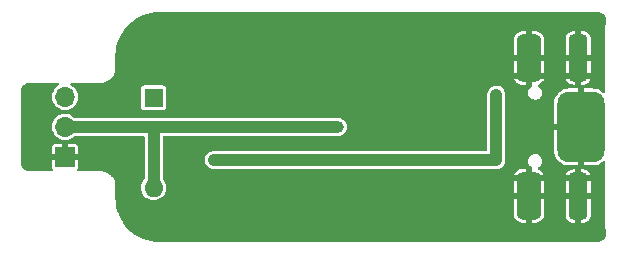
<source format=gbr>
%TF.GenerationSoftware,KiCad,Pcbnew,6.0.11+dfsg-1~bpo11+1*%
%TF.CreationDate,2024-03-27T15:19:12-04:00*%
%TF.ProjectId,Tool - ATTiny Module Flasher,546f6f6c-202d-4204-9154-54696e79204d,1.0.0*%
%TF.SameCoordinates,Original*%
%TF.FileFunction,Copper,L2,Bot*%
%TF.FilePolarity,Positive*%
%FSLAX46Y46*%
G04 Gerber Fmt 4.6, Leading zero omitted, Abs format (unit mm)*
G04 Created by KiCad (PCBNEW 6.0.11+dfsg-1~bpo11+1) date 2024-03-27 15:19:12*
%MOMM*%
%LPD*%
G01*
G04 APERTURE LIST*
G04 Aperture macros list*
%AMRoundRect*
0 Rectangle with rounded corners*
0 $1 Rounding radius*
0 $2 $3 $4 $5 $6 $7 $8 $9 X,Y pos of 4 corners*
0 Add a 4 corners polygon primitive as box body*
4,1,4,$2,$3,$4,$5,$6,$7,$8,$9,$2,$3,0*
0 Add four circle primitives for the rounded corners*
1,1,$1+$1,$2,$3*
1,1,$1+$1,$4,$5*
1,1,$1+$1,$6,$7*
1,1,$1+$1,$8,$9*
0 Add four rect primitives between the rounded corners*
20,1,$1+$1,$2,$3,$4,$5,0*
20,1,$1+$1,$4,$5,$6,$7,0*
20,1,$1+$1,$6,$7,$8,$9,0*
20,1,$1+$1,$8,$9,$2,$3,0*%
G04 Aperture macros list end*
%TA.AperFunction,SMDPad,CuDef*%
%ADD10RoundRect,0.525000X0.525000X-1.475000X0.525000X1.475000X-0.525000X1.475000X-0.525000X-1.475000X0*%
%TD*%
%TA.AperFunction,ComponentPad*%
%ADD11O,2.100000X1.000000*%
%TD*%
%TA.AperFunction,ComponentPad*%
%ADD12O,1.600000X1.000000*%
%TD*%
%TA.AperFunction,ComponentPad*%
%ADD13RoundRect,1.000000X-1.000000X2.000000X-1.000000X-2.000000X1.000000X-2.000000X1.000000X2.000000X0*%
%TD*%
%TA.AperFunction,SMDPad,CuDef*%
%ADD14RoundRect,0.400000X0.400000X-1.600000X0.400000X1.600000X-0.400000X1.600000X-0.400000X-1.600000X0*%
%TD*%
%TA.AperFunction,ComponentPad*%
%ADD15R,1.700000X1.700000*%
%TD*%
%TA.AperFunction,ComponentPad*%
%ADD16O,1.700000X1.700000*%
%TD*%
%TA.AperFunction,ComponentPad*%
%ADD17R,1.600000X1.600000*%
%TD*%
%TA.AperFunction,ComponentPad*%
%ADD18O,1.600000X1.600000*%
%TD*%
%TA.AperFunction,ViaPad*%
%ADD19C,0.600000*%
%TD*%
%TA.AperFunction,ViaPad*%
%ADD20C,1.600000*%
%TD*%
%TA.AperFunction,ViaPad*%
%ADD21C,0.800000*%
%TD*%
%TA.AperFunction,ViaPad*%
%ADD22C,1.000000*%
%TD*%
%TA.AperFunction,Conductor*%
%ADD23C,1.000000*%
%TD*%
%TA.AperFunction,Conductor*%
%ADD24C,0.600000*%
%TD*%
G04 APERTURE END LIST*
D10*
%TO.P,J102,S1,SHIELD*%
%TO.N,GND*%
X143281795Y-105846965D03*
D11*
X143270000Y-104320000D03*
D10*
X143281795Y-94153035D03*
D12*
X147450000Y-95680000D03*
D13*
X147670000Y-100000000D03*
D12*
X147450000Y-104320000D03*
D14*
X147450000Y-94153035D03*
X147450000Y-105846965D03*
D11*
X143270000Y-95680000D03*
%TD*%
D15*
%TO.P,J902,1,Pin_1*%
%TO.N,GND*%
X103986000Y-102540000D03*
D16*
%TO.P,J902,2,Pin_2*%
%TO.N,I2C-Vcc*%
X103986000Y-100000000D03*
%TO.P,J902,3,Pin_3*%
%TO.N,RxD*%
X103986000Y-97460000D03*
%TD*%
D17*
%TO.P,SW202,1*%
%TO.N,Net-(C202-Pad1)*%
X111506000Y-97536000D03*
D18*
%TO.P,SW202,2*%
%TO.N,I2C-Vcc*%
X111506000Y-105156000D03*
%TD*%
D19*
%TO.N,GND*%
X129540000Y-100000000D03*
X135636000Y-100000000D03*
D20*
X149000000Y-109000000D03*
X149000000Y-91000000D03*
X125000000Y-91000000D03*
D19*
X138684000Y-98806000D03*
D20*
X125000000Y-109000000D03*
D19*
X138684000Y-101346000D03*
D21*
%TO.N,Vbus*%
X140508406Y-102815536D03*
D22*
X116586000Y-102794000D03*
D21*
X140517682Y-97255928D03*
D22*
%TO.N,I2C-Vcc*%
X127100000Y-100000000D03*
%TD*%
D23*
%TO.N,Vbus*%
X140486870Y-102794000D02*
X116586000Y-102794000D01*
X140508406Y-102815536D02*
X140486870Y-102794000D01*
D24*
X140517682Y-102806260D02*
X140508406Y-102815536D01*
D23*
X140517682Y-97255928D02*
X140517682Y-102806260D01*
%TO.N,I2C-Vcc*%
X111506000Y-105156000D02*
X111506000Y-100076000D01*
X126924000Y-100000000D02*
X103986000Y-100000000D01*
%TD*%
%TA.AperFunction,Conductor*%
%TO.N,GND*%
G36*
X148987103Y-90256921D02*
G01*
X149000000Y-90259486D01*
X149012170Y-90257065D01*
X149019856Y-90257065D01*
X149032207Y-90257672D01*
X149133092Y-90267609D01*
X149157309Y-90272425D01*
X149273426Y-90307649D01*
X149296226Y-90317093D01*
X149403239Y-90374292D01*
X149423770Y-90388011D01*
X149517556Y-90464981D01*
X149535019Y-90482444D01*
X149611989Y-90576230D01*
X149625708Y-90596761D01*
X149682907Y-90703774D01*
X149692351Y-90726574D01*
X149727575Y-90842691D01*
X149732391Y-90866908D01*
X149742328Y-90967793D01*
X149742935Y-90980144D01*
X149742935Y-90987830D01*
X149740514Y-91000000D01*
X149742935Y-91012170D01*
X149743079Y-91012894D01*
X149745500Y-91037476D01*
X149745500Y-96997767D01*
X149725498Y-97065888D01*
X149671842Y-97112381D01*
X149601568Y-97122485D01*
X149536988Y-97092991D01*
X149530405Y-97086862D01*
X149481600Y-97038057D01*
X149473021Y-97030883D01*
X149298423Y-96909534D01*
X149288716Y-96903997D01*
X149095390Y-96815486D01*
X149084850Y-96811753D01*
X148878658Y-96758813D01*
X148868128Y-96757047D01*
X148734870Y-96746207D01*
X148729765Y-96746000D01*
X147942115Y-96746000D01*
X147926876Y-96750475D01*
X147925671Y-96751865D01*
X147924000Y-96759548D01*
X147924000Y-103235885D01*
X147928475Y-103251124D01*
X147929865Y-103252329D01*
X147937548Y-103254000D01*
X148729765Y-103254000D01*
X148734870Y-103253793D01*
X148868128Y-103242953D01*
X148878658Y-103241187D01*
X149084850Y-103188247D01*
X149095390Y-103184514D01*
X149288716Y-103096003D01*
X149298423Y-103090466D01*
X149473021Y-102969117D01*
X149481600Y-102961943D01*
X149530405Y-102913138D01*
X149592717Y-102879112D01*
X149663532Y-102884177D01*
X149720368Y-102926724D01*
X149745179Y-102993244D01*
X149745500Y-103002233D01*
X149745500Y-108962524D01*
X149743079Y-108987103D01*
X149740514Y-109000000D01*
X149742935Y-109012170D01*
X149742935Y-109019856D01*
X149742328Y-109032207D01*
X149732391Y-109133092D01*
X149727575Y-109157309D01*
X149692351Y-109273426D01*
X149682907Y-109296226D01*
X149625708Y-109403239D01*
X149611989Y-109423770D01*
X149535019Y-109517556D01*
X149517556Y-109535019D01*
X149423770Y-109611989D01*
X149403239Y-109625708D01*
X149296226Y-109682907D01*
X149273426Y-109692351D01*
X149157309Y-109727575D01*
X149133092Y-109732391D01*
X149032207Y-109742328D01*
X149019856Y-109742935D01*
X149012170Y-109742935D01*
X149000000Y-109740514D01*
X148987103Y-109743079D01*
X148962524Y-109745500D01*
X112037476Y-109745500D01*
X112012897Y-109743079D01*
X112000000Y-109740514D01*
X111987831Y-109742934D01*
X111975431Y-109742934D01*
X111964376Y-109743749D01*
X111754253Y-109733427D01*
X111639055Y-109727768D01*
X111626759Y-109726557D01*
X111275405Y-109674438D01*
X111263299Y-109672031D01*
X110918746Y-109585725D01*
X110906915Y-109582136D01*
X110572487Y-109462476D01*
X110561063Y-109457744D01*
X110239979Y-109305882D01*
X110229074Y-109300053D01*
X109924418Y-109117449D01*
X109914137Y-109110579D01*
X109748628Y-108987830D01*
X109628847Y-108898994D01*
X109619309Y-108891168D01*
X109356113Y-108652620D01*
X109347375Y-108643882D01*
X109277374Y-108566648D01*
X109108832Y-108380691D01*
X109101006Y-108371153D01*
X108900621Y-108100965D01*
X108889421Y-108085863D01*
X108882551Y-108075582D01*
X108699947Y-107770926D01*
X108694118Y-107760021D01*
X108542256Y-107438937D01*
X108537524Y-107427513D01*
X108529704Y-107405658D01*
X141977796Y-107405658D01*
X141977845Y-107407364D01*
X141979263Y-107417273D01*
X142015791Y-107575493D01*
X142020441Y-107588698D01*
X142090376Y-107733364D01*
X142097833Y-107745206D01*
X142198080Y-107870784D01*
X142207976Y-107880680D01*
X142333554Y-107980927D01*
X142345396Y-107988384D01*
X142490062Y-108058319D01*
X142503267Y-108062969D01*
X142661495Y-108099499D01*
X142671380Y-108100915D01*
X142673132Y-108100965D01*
X143009680Y-108100965D01*
X143024919Y-108096490D01*
X143026124Y-108095100D01*
X143027795Y-108087417D01*
X143027795Y-108082849D01*
X143535795Y-108082849D01*
X143540270Y-108098088D01*
X143541660Y-108099293D01*
X143549343Y-108100964D01*
X143890488Y-108100964D01*
X143892194Y-108100915D01*
X143902103Y-108099497D01*
X144060323Y-108062969D01*
X144073528Y-108058319D01*
X144218194Y-107988384D01*
X144230036Y-107980927D01*
X144355614Y-107880680D01*
X144365510Y-107870784D01*
X144465757Y-107745206D01*
X144473214Y-107733364D01*
X144543149Y-107588698D01*
X144547799Y-107575493D01*
X144562795Y-107510537D01*
X146396001Y-107510537D01*
X146396195Y-107515472D01*
X146398413Y-107543668D01*
X146400714Y-107556269D01*
X146442806Y-107701151D01*
X146449053Y-107715587D01*
X146525097Y-107844171D01*
X146534737Y-107856598D01*
X146640367Y-107962228D01*
X146652794Y-107971868D01*
X146781378Y-108047912D01*
X146795814Y-108054159D01*
X146940702Y-108096252D01*
X146953289Y-108098552D01*
X146981499Y-108100772D01*
X146986424Y-108100965D01*
X147177885Y-108100965D01*
X147193124Y-108096490D01*
X147194329Y-108095100D01*
X147196000Y-108087417D01*
X147196000Y-108082849D01*
X147704000Y-108082849D01*
X147708475Y-108098088D01*
X147709865Y-108099293D01*
X147717548Y-108100964D01*
X147913572Y-108100964D01*
X147918507Y-108100770D01*
X147946703Y-108098552D01*
X147959304Y-108096251D01*
X148104186Y-108054159D01*
X148118622Y-108047912D01*
X148247206Y-107971868D01*
X148259633Y-107962228D01*
X148365263Y-107856598D01*
X148374903Y-107844171D01*
X148450947Y-107715587D01*
X148457194Y-107701151D01*
X148499287Y-107556263D01*
X148501587Y-107543676D01*
X148503807Y-107515466D01*
X148504000Y-107510541D01*
X148504000Y-106119080D01*
X148499525Y-106103841D01*
X148498135Y-106102636D01*
X148490452Y-106100965D01*
X147722115Y-106100965D01*
X147706876Y-106105440D01*
X147705671Y-106106830D01*
X147704000Y-106114513D01*
X147704000Y-108082849D01*
X147196000Y-108082849D01*
X147196000Y-106119080D01*
X147191525Y-106103841D01*
X147190135Y-106102636D01*
X147182452Y-106100965D01*
X146414116Y-106100965D01*
X146398877Y-106105440D01*
X146397672Y-106106830D01*
X146396001Y-106114513D01*
X146396001Y-107510537D01*
X144562795Y-107510537D01*
X144584329Y-107417265D01*
X144585745Y-107407380D01*
X144585795Y-107405628D01*
X144585795Y-106119080D01*
X144581320Y-106103841D01*
X144579930Y-106102636D01*
X144572247Y-106100965D01*
X143553910Y-106100965D01*
X143538671Y-106105440D01*
X143537466Y-106106830D01*
X143535795Y-106114513D01*
X143535795Y-108082849D01*
X143027795Y-108082849D01*
X143027795Y-106119080D01*
X143023320Y-106103841D01*
X143021930Y-106102636D01*
X143014247Y-106100965D01*
X141995911Y-106100965D01*
X141980672Y-106105440D01*
X141979467Y-106106830D01*
X141977796Y-106114513D01*
X141977796Y-107405658D01*
X108529704Y-107405658D01*
X108417864Y-107093085D01*
X108414275Y-107081253D01*
X108327969Y-106736701D01*
X108325560Y-106724586D01*
X108273444Y-106373246D01*
X108272232Y-106360940D01*
X108256251Y-106035624D01*
X108257066Y-106024569D01*
X108257066Y-106012169D01*
X108259486Y-106000000D01*
X108256921Y-105987103D01*
X108254500Y-105962524D01*
X108254500Y-105037476D01*
X108256921Y-105012894D01*
X108257065Y-105012171D01*
X108259486Y-105000000D01*
X108257654Y-104990791D01*
X108242886Y-104803146D01*
X108232076Y-104758116D01*
X108197945Y-104615952D01*
X108196790Y-104611140D01*
X108186303Y-104585822D01*
X108123119Y-104433282D01*
X108123117Y-104433278D01*
X108121224Y-104428708D01*
X108018050Y-104260343D01*
X108014843Y-104256588D01*
X108014840Y-104256584D01*
X107893016Y-104113948D01*
X107889808Y-104110192D01*
X107834699Y-104063124D01*
X107743416Y-103985160D01*
X107743412Y-103985157D01*
X107739657Y-103981950D01*
X107571292Y-103878776D01*
X107566722Y-103876883D01*
X107566718Y-103876881D01*
X107393433Y-103805104D01*
X107393431Y-103805103D01*
X107388860Y-103803210D01*
X107322853Y-103787363D01*
X107201667Y-103758269D01*
X107201661Y-103758268D01*
X107196854Y-103757114D01*
X107009209Y-103742346D01*
X107000000Y-103740514D01*
X106987103Y-103743079D01*
X106962524Y-103745500D01*
X105139675Y-103745500D01*
X105071554Y-103725498D01*
X105025061Y-103671842D01*
X105014957Y-103601568D01*
X105034910Y-103549498D01*
X105068368Y-103499425D01*
X105077684Y-103476934D01*
X105088793Y-103421085D01*
X105090000Y-103408830D01*
X105090000Y-102812115D01*
X105085525Y-102796876D01*
X105084135Y-102795671D01*
X105076452Y-102794000D01*
X102900116Y-102794000D01*
X102884877Y-102798475D01*
X102883672Y-102799865D01*
X102882001Y-102807548D01*
X102882001Y-103408828D01*
X102883209Y-103421088D01*
X102894315Y-103476931D01*
X102903633Y-103499427D01*
X102937090Y-103549498D01*
X102958305Y-103617251D01*
X102939522Y-103685717D01*
X102886705Y-103733161D01*
X102832325Y-103745500D01*
X101037476Y-103745500D01*
X101012897Y-103743079D01*
X101000000Y-103740514D01*
X100987830Y-103742935D01*
X100980144Y-103742935D01*
X100967793Y-103742328D01*
X100866908Y-103732391D01*
X100842691Y-103727575D01*
X100726574Y-103692351D01*
X100703774Y-103682907D01*
X100596761Y-103625708D01*
X100576230Y-103611989D01*
X100482444Y-103535019D01*
X100464981Y-103517556D01*
X100388011Y-103423770D01*
X100374292Y-103403239D01*
X100317093Y-103296226D01*
X100307649Y-103273426D01*
X100272425Y-103157309D01*
X100267609Y-103133092D01*
X100257672Y-103032207D01*
X100257065Y-103019856D01*
X100257065Y-103012170D01*
X100259486Y-103000000D01*
X100256921Y-102987103D01*
X100254500Y-102962524D01*
X100254500Y-102267885D01*
X102882000Y-102267885D01*
X102886475Y-102283124D01*
X102887865Y-102284329D01*
X102895548Y-102286000D01*
X103713885Y-102286000D01*
X103729124Y-102281525D01*
X103730329Y-102280135D01*
X103732000Y-102272452D01*
X103732000Y-102267885D01*
X104240000Y-102267885D01*
X104244475Y-102283124D01*
X104245865Y-102284329D01*
X104253548Y-102286000D01*
X105071884Y-102286000D01*
X105087123Y-102281525D01*
X105088328Y-102280135D01*
X105089999Y-102272452D01*
X105089999Y-101671172D01*
X105088791Y-101658912D01*
X105077685Y-101603069D01*
X105068367Y-101580573D01*
X105026017Y-101517192D01*
X105008808Y-101499983D01*
X104945425Y-101457632D01*
X104922934Y-101448316D01*
X104867085Y-101437207D01*
X104854830Y-101436000D01*
X104258115Y-101436000D01*
X104242876Y-101440475D01*
X104241671Y-101441865D01*
X104240000Y-101449548D01*
X104240000Y-102267885D01*
X103732000Y-102267885D01*
X103732000Y-101454116D01*
X103727525Y-101438877D01*
X103726135Y-101437672D01*
X103718452Y-101436001D01*
X103117172Y-101436001D01*
X103104912Y-101437209D01*
X103049069Y-101448315D01*
X103026573Y-101457633D01*
X102963192Y-101499983D01*
X102945983Y-101517192D01*
X102903632Y-101580575D01*
X102894316Y-101603066D01*
X102883207Y-101658915D01*
X102882000Y-101671170D01*
X102882000Y-102267885D01*
X100254500Y-102267885D01*
X100254500Y-99970964D01*
X102877148Y-99970964D01*
X102890424Y-100173522D01*
X102891845Y-100179118D01*
X102891846Y-100179123D01*
X102932825Y-100340473D01*
X102940392Y-100370269D01*
X103025377Y-100554616D01*
X103028710Y-100559332D01*
X103119538Y-100687851D01*
X103142533Y-100720389D01*
X103287938Y-100862035D01*
X103456720Y-100974812D01*
X103462023Y-100977090D01*
X103462026Y-100977092D01*
X103550707Y-101015192D01*
X103643228Y-101054942D01*
X103716244Y-101071464D01*
X103835579Y-101098467D01*
X103835584Y-101098468D01*
X103841216Y-101099742D01*
X103846987Y-101099969D01*
X103846989Y-101099969D01*
X103906756Y-101102317D01*
X104044053Y-101107712D01*
X104144499Y-101093148D01*
X104239231Y-101079413D01*
X104239236Y-101079412D01*
X104244945Y-101078584D01*
X104250409Y-101076729D01*
X104250414Y-101076728D01*
X104431693Y-101015192D01*
X104431698Y-101015190D01*
X104437165Y-101013334D01*
X104614276Y-100914147D01*
X104676934Y-100862035D01*
X104770345Y-100784345D01*
X104771945Y-100786269D01*
X104824851Y-100757379D01*
X104851634Y-100754500D01*
X110625500Y-100754500D01*
X110693621Y-100774502D01*
X110740114Y-100828158D01*
X110751500Y-100880500D01*
X110751500Y-104368737D01*
X110731498Y-104436858D01*
X110722024Y-104449725D01*
X110631708Y-104557360D01*
X110532082Y-104738578D01*
X110469553Y-104935696D01*
X110468867Y-104941813D01*
X110468866Y-104941817D01*
X110450077Y-105109328D01*
X110446501Y-105141206D01*
X110463806Y-105347278D01*
X110520807Y-105546066D01*
X110523625Y-105551548D01*
X110523626Y-105551552D01*
X110612514Y-105724509D01*
X110612517Y-105724513D01*
X110615334Y-105729995D01*
X110743786Y-105892061D01*
X110748479Y-105896055D01*
X110748480Y-105896056D01*
X110874008Y-106002888D01*
X110901271Y-106026091D01*
X111081789Y-106126980D01*
X111278466Y-106190884D01*
X111483809Y-106215370D01*
X111489944Y-106214898D01*
X111489946Y-106214898D01*
X111683856Y-106199977D01*
X111683860Y-106199976D01*
X111689998Y-106199504D01*
X111889178Y-106143892D01*
X111894682Y-106141112D01*
X111894684Y-106141111D01*
X112068262Y-106053431D01*
X112068264Y-106053430D01*
X112073763Y-106050652D01*
X112236722Y-105923334D01*
X112240748Y-105918670D01*
X112240751Y-105918667D01*
X112367819Y-105771457D01*
X112367820Y-105771455D01*
X112371848Y-105766789D01*
X112422922Y-105676884D01*
X112470950Y-105592340D01*
X112470952Y-105592336D01*
X112473995Y-105586979D01*
X112478030Y-105574850D01*
X141977795Y-105574850D01*
X141982270Y-105590089D01*
X141983660Y-105591294D01*
X141991343Y-105592965D01*
X143009680Y-105592965D01*
X143024919Y-105588490D01*
X143026124Y-105587100D01*
X143027795Y-105579417D01*
X143027795Y-105574850D01*
X143535795Y-105574850D01*
X143540270Y-105590089D01*
X143541660Y-105591294D01*
X143549343Y-105592965D01*
X144567679Y-105592965D01*
X144582918Y-105588490D01*
X144584123Y-105587100D01*
X144585794Y-105579417D01*
X144585794Y-105574850D01*
X146396000Y-105574850D01*
X146400475Y-105590089D01*
X146401865Y-105591294D01*
X146409548Y-105592965D01*
X147177885Y-105592965D01*
X147193124Y-105588490D01*
X147194329Y-105587100D01*
X147196000Y-105579417D01*
X147196000Y-105574850D01*
X147704000Y-105574850D01*
X147708475Y-105590089D01*
X147709865Y-105591294D01*
X147717548Y-105592965D01*
X148485884Y-105592965D01*
X148501123Y-105588490D01*
X148502328Y-105587100D01*
X148503999Y-105579417D01*
X148503999Y-104592115D01*
X148499524Y-104576876D01*
X148498134Y-104575671D01*
X148490451Y-104574000D01*
X147722115Y-104574000D01*
X147706876Y-104578475D01*
X147705671Y-104579865D01*
X147704000Y-104587548D01*
X147704000Y-105574850D01*
X147196000Y-105574850D01*
X147196000Y-104592115D01*
X147191525Y-104576876D01*
X147190135Y-104575671D01*
X147182452Y-104574000D01*
X146414115Y-104574000D01*
X146398876Y-104578475D01*
X146397671Y-104579865D01*
X146396000Y-104587548D01*
X146396000Y-105574850D01*
X144585794Y-105574850D01*
X144585794Y-104592115D01*
X144581319Y-104576876D01*
X144579929Y-104575671D01*
X144572246Y-104574000D01*
X143553910Y-104574000D01*
X143538671Y-104578475D01*
X143537466Y-104579865D01*
X143535795Y-104587548D01*
X143535795Y-105574850D01*
X143027795Y-105574850D01*
X143027795Y-105132115D01*
X143021104Y-105109328D01*
X143016000Y-105073830D01*
X143016000Y-104592115D01*
X143011525Y-104576876D01*
X143010135Y-104575671D01*
X143002452Y-104574000D01*
X141995910Y-104574000D01*
X141980671Y-104578475D01*
X141979466Y-104579865D01*
X141977795Y-104587548D01*
X141977795Y-105574850D01*
X112478030Y-105574850D01*
X112539270Y-105390753D01*
X112565189Y-105185586D01*
X112565602Y-105156000D01*
X112545422Y-104950189D01*
X112485651Y-104752217D01*
X112388565Y-104569625D01*
X112288857Y-104447370D01*
X112261303Y-104381939D01*
X112260500Y-104367735D01*
X112260500Y-104062764D01*
X142014209Y-104062764D01*
X142021139Y-104066000D01*
X142997885Y-104066000D01*
X143013124Y-104061525D01*
X143014329Y-104060135D01*
X143016000Y-104052452D01*
X143016000Y-103584115D01*
X143011525Y-103568876D01*
X143010135Y-103567671D01*
X143002452Y-103566000D01*
X142679637Y-103566000D01*
X142672333Y-103566425D01*
X142552634Y-103580380D01*
X142538481Y-103583725D01*
X142386970Y-103638721D01*
X142373971Y-103645231D01*
X142239174Y-103733608D01*
X142228025Y-103742929D01*
X142117172Y-103859947D01*
X142108460Y-103871592D01*
X142027506Y-104010966D01*
X142021706Y-104024304D01*
X142014329Y-104048662D01*
X142014209Y-104062764D01*
X112260500Y-104062764D01*
X112260500Y-102783399D01*
X115826800Y-102783399D01*
X115827488Y-102790414D01*
X115828194Y-102797619D01*
X115828553Y-102817715D01*
X115827929Y-102827767D01*
X115827929Y-102827773D01*
X115827476Y-102835080D01*
X115836931Y-102890108D01*
X115838147Y-102899127D01*
X115843318Y-102951862D01*
X115849052Y-102969098D01*
X115853671Y-102987524D01*
X115857271Y-103008477D01*
X115860134Y-103015206D01*
X115860135Y-103015209D01*
X115877636Y-103056338D01*
X115881251Y-103065893D01*
X115896748Y-103112479D01*
X115908161Y-103131323D01*
X115916319Y-103147250D01*
X115926156Y-103170368D01*
X115930495Y-103176264D01*
X115954713Y-103209173D01*
X115961007Y-103218583D01*
X115980715Y-103251124D01*
X115984435Y-103257267D01*
X115989326Y-103262332D01*
X115989327Y-103262333D01*
X116002418Y-103275889D01*
X116013262Y-103288733D01*
X116030437Y-103312071D01*
X116036021Y-103316815D01*
X116064236Y-103340786D01*
X116073292Y-103349282D01*
X116097127Y-103373964D01*
X116097131Y-103373967D01*
X116102021Y-103379031D01*
X116126923Y-103395326D01*
X116139505Y-103404731D01*
X116158941Y-103421243D01*
X116158945Y-103421246D01*
X116164520Y-103425982D01*
X116181133Y-103434465D01*
X116200601Y-103444406D01*
X116212293Y-103451191D01*
X116243660Y-103471717D01*
X116250260Y-103474171D01*
X116250261Y-103474172D01*
X116275172Y-103483436D01*
X116288556Y-103489318D01*
X116314687Y-103502662D01*
X116314693Y-103502664D01*
X116321212Y-103505993D01*
X116356842Y-103514711D01*
X116370791Y-103518996D01*
X116402315Y-103530720D01*
X116426859Y-103533995D01*
X116439472Y-103535678D01*
X116452754Y-103538182D01*
X116486651Y-103546476D01*
X116486655Y-103546477D01*
X116492108Y-103547811D01*
X116497705Y-103548158D01*
X116497710Y-103548159D01*
X116501275Y-103548380D01*
X116501284Y-103548380D01*
X116503214Y-103548500D01*
X116527204Y-103548500D01*
X116543868Y-103549607D01*
X116563118Y-103552176D01*
X116563122Y-103552176D01*
X116570099Y-103553107D01*
X116577110Y-103552469D01*
X116577114Y-103552469D01*
X116615020Y-103549019D01*
X116626439Y-103548500D01*
X140314137Y-103548500D01*
X140339797Y-103551140D01*
X140440879Y-103572165D01*
X140616752Y-103567406D01*
X140786814Y-103522315D01*
X140793264Y-103518864D01*
X140793266Y-103518863D01*
X140878446Y-103473285D01*
X140886581Y-103469388D01*
X140887314Y-103468970D01*
X140894050Y-103466104D01*
X140899758Y-103461904D01*
X140900979Y-103461229D01*
X140906609Y-103458217D01*
X140941941Y-103439311D01*
X140982795Y-103403230D01*
X140995120Y-103392345D01*
X141003846Y-103385304D01*
X141029854Y-103366165D01*
X141029858Y-103366161D01*
X141035753Y-103361823D01*
X141048160Y-103347219D01*
X141060768Y-103334367D01*
X141073812Y-103322846D01*
X141095047Y-103292799D01*
X141101912Y-103283950D01*
X141144925Y-103233320D01*
X141144930Y-103233312D01*
X141149664Y-103227740D01*
X141172156Y-103183692D01*
X141172671Y-103183955D01*
X141173126Y-103182319D01*
X141175354Y-103179167D01*
X141178093Y-103172370D01*
X141179298Y-103170160D01*
X141181227Y-103165927D01*
X141226348Y-103077564D01*
X141226349Y-103077562D01*
X141229675Y-103071048D01*
X141232125Y-103061039D01*
X141257205Y-102958541D01*
X141271493Y-102900152D01*
X141272123Y-102890000D01*
X143215500Y-102890000D01*
X143216578Y-102898188D01*
X143234222Y-103032207D01*
X143235416Y-103041280D01*
X143293808Y-103182250D01*
X143386696Y-103303304D01*
X143393242Y-103308327D01*
X143507750Y-103396192D01*
X143506240Y-103398160D01*
X143546569Y-103440450D01*
X143560010Y-103510163D01*
X143541469Y-103553465D01*
X143535795Y-103579548D01*
X143535795Y-104047885D01*
X143540270Y-104063124D01*
X143541660Y-104064329D01*
X143549343Y-104066000D01*
X144513254Y-104066000D01*
X144526785Y-104062027D01*
X144527516Y-104056944D01*
X144523967Y-104048604D01*
X146426588Y-104048604D01*
X146426628Y-104062705D01*
X146433898Y-104066000D01*
X147177885Y-104066000D01*
X147193124Y-104061525D01*
X147194329Y-104060135D01*
X147196000Y-104052452D01*
X147196000Y-104047885D01*
X147704000Y-104047885D01*
X147708475Y-104063124D01*
X147709865Y-104064329D01*
X147717548Y-104066000D01*
X148460351Y-104066000D01*
X148473882Y-104062027D01*
X148475017Y-104054129D01*
X148457193Y-103992778D01*
X148450948Y-103978345D01*
X148374903Y-103849759D01*
X148365263Y-103837332D01*
X148259633Y-103731702D01*
X148247206Y-103722062D01*
X148118622Y-103646018D01*
X148104187Y-103639772D01*
X148050047Y-103624042D01*
X148027905Y-103615264D01*
X148021139Y-103611809D01*
X148007500Y-103606737D01*
X147849284Y-103568023D01*
X147838225Y-103566340D01*
X147834679Y-103566120D01*
X147830801Y-103566000D01*
X147722115Y-103566000D01*
X147706876Y-103570475D01*
X147705671Y-103571865D01*
X147704000Y-103579548D01*
X147704000Y-104047885D01*
X147196000Y-104047885D01*
X147196000Y-103584115D01*
X147191525Y-103568876D01*
X147190135Y-103567671D01*
X147182452Y-103566000D01*
X147109637Y-103566000D01*
X147102333Y-103566425D01*
X146982634Y-103580380D01*
X146968481Y-103583726D01*
X146891183Y-103611783D01*
X146883345Y-103614341D01*
X146795814Y-103639771D01*
X146781378Y-103646018D01*
X146652794Y-103722062D01*
X146640367Y-103731702D01*
X146534737Y-103837332D01*
X146525097Y-103849759D01*
X146449052Y-103978345D01*
X146442807Y-103992778D01*
X146426588Y-104048604D01*
X144523967Y-104048604D01*
X144482271Y-103950612D01*
X144475071Y-103937988D01*
X144379533Y-103808167D01*
X144369619Y-103797536D01*
X144246775Y-103693172D01*
X144234686Y-103685109D01*
X144098865Y-103615755D01*
X144047292Y-103566961D01*
X144030286Y-103498032D01*
X144053246Y-103430850D01*
X144090370Y-103396971D01*
X144092250Y-103396192D01*
X144213304Y-103303304D01*
X144306192Y-103182250D01*
X144364584Y-103041280D01*
X144365779Y-103032207D01*
X144383422Y-102898188D01*
X144384500Y-102890000D01*
X144374179Y-102811600D01*
X144365662Y-102746908D01*
X144364584Y-102738720D01*
X144358078Y-102723012D01*
X144334788Y-102666786D01*
X144306192Y-102597750D01*
X144213304Y-102476696D01*
X144092250Y-102383808D01*
X143951280Y-102325416D01*
X143943092Y-102324338D01*
X143842067Y-102311038D01*
X143842066Y-102311038D01*
X143837980Y-102310500D01*
X143762020Y-102310500D01*
X143757934Y-102311038D01*
X143757933Y-102311038D01*
X143656908Y-102324338D01*
X143648720Y-102325416D01*
X143507750Y-102383808D01*
X143386696Y-102476696D01*
X143293808Y-102597750D01*
X143265212Y-102666786D01*
X143241923Y-102723012D01*
X143235416Y-102738720D01*
X143234338Y-102746908D01*
X143225821Y-102811600D01*
X143215500Y-102890000D01*
X141272123Y-102890000D01*
X141272182Y-102889046D01*
X141272182Y-102059765D01*
X145416000Y-102059765D01*
X145416207Y-102064870D01*
X145427047Y-102198128D01*
X145428813Y-102208658D01*
X145481753Y-102414850D01*
X145485486Y-102425390D01*
X145573997Y-102618716D01*
X145579534Y-102628423D01*
X145700883Y-102803021D01*
X145708057Y-102811600D01*
X145858400Y-102961943D01*
X145866979Y-102969117D01*
X146041577Y-103090466D01*
X146051284Y-103096003D01*
X146244610Y-103184514D01*
X146255150Y-103188247D01*
X146461342Y-103241187D01*
X146471872Y-103242953D01*
X146605130Y-103253793D01*
X146610235Y-103254000D01*
X147397885Y-103254000D01*
X147413124Y-103249525D01*
X147414329Y-103248135D01*
X147416000Y-103240452D01*
X147416000Y-100272115D01*
X147411525Y-100256876D01*
X147410135Y-100255671D01*
X147402452Y-100254000D01*
X145434115Y-100254000D01*
X145418876Y-100258475D01*
X145417671Y-100259865D01*
X145416000Y-100267548D01*
X145416000Y-102059765D01*
X141272182Y-102059765D01*
X141272182Y-99727885D01*
X145416000Y-99727885D01*
X145420475Y-99743124D01*
X145421865Y-99744329D01*
X145429548Y-99746000D01*
X147397885Y-99746000D01*
X147413124Y-99741525D01*
X147414329Y-99740135D01*
X147416000Y-99732452D01*
X147416000Y-96764115D01*
X147411525Y-96748876D01*
X147410135Y-96747671D01*
X147402452Y-96746000D01*
X146610235Y-96746000D01*
X146605130Y-96746207D01*
X146471872Y-96757047D01*
X146461342Y-96758813D01*
X146255150Y-96811753D01*
X146244610Y-96815486D01*
X146051284Y-96903997D01*
X146041577Y-96909534D01*
X145866979Y-97030883D01*
X145858400Y-97038057D01*
X145708057Y-97188400D01*
X145700883Y-97196979D01*
X145579534Y-97371577D01*
X145573997Y-97381284D01*
X145485486Y-97574610D01*
X145481753Y-97585150D01*
X145428813Y-97791342D01*
X145427047Y-97801872D01*
X145416207Y-97935130D01*
X145416000Y-97940235D01*
X145416000Y-99727885D01*
X141272182Y-99727885D01*
X141272182Y-97211875D01*
X141260305Y-97110000D01*
X143215500Y-97110000D01*
X143235416Y-97261280D01*
X143293808Y-97402250D01*
X143386696Y-97523304D01*
X143507750Y-97616192D01*
X143648720Y-97674584D01*
X143762020Y-97689500D01*
X143837980Y-97689500D01*
X143951280Y-97674584D01*
X144092250Y-97616192D01*
X144213304Y-97523304D01*
X144306192Y-97402250D01*
X144364584Y-97261280D01*
X144384500Y-97110000D01*
X144367811Y-96983235D01*
X144365662Y-96966908D01*
X144364584Y-96958720D01*
X144306192Y-96817750D01*
X144213304Y-96696696D01*
X144092250Y-96603808D01*
X144089172Y-96602533D01*
X144041752Y-96552803D01*
X144028314Y-96483090D01*
X144054699Y-96417178D01*
X144110752Y-96376625D01*
X144153033Y-96361278D01*
X144166029Y-96354769D01*
X144300826Y-96266392D01*
X144311978Y-96257068D01*
X144422828Y-96140053D01*
X144431540Y-96128408D01*
X144512494Y-95989034D01*
X144518294Y-95975696D01*
X144525671Y-95951338D01*
X144525718Y-95945871D01*
X146424983Y-95945871D01*
X146442807Y-96007222D01*
X146449052Y-96021655D01*
X146525097Y-96150241D01*
X146534737Y-96162668D01*
X146640367Y-96268298D01*
X146652794Y-96277938D01*
X146781378Y-96353982D01*
X146795813Y-96360228D01*
X146849953Y-96375958D01*
X146872095Y-96384736D01*
X146878861Y-96388191D01*
X146892500Y-96393263D01*
X147050716Y-96431977D01*
X147061775Y-96433660D01*
X147065321Y-96433880D01*
X147069199Y-96434000D01*
X147177885Y-96434000D01*
X147193124Y-96429525D01*
X147194329Y-96428135D01*
X147196000Y-96420452D01*
X147196000Y-96415885D01*
X147704000Y-96415885D01*
X147708475Y-96431124D01*
X147709865Y-96432329D01*
X147717548Y-96434000D01*
X147790363Y-96434000D01*
X147797667Y-96433575D01*
X147917366Y-96419620D01*
X147931519Y-96416274D01*
X148008817Y-96388217D01*
X148016655Y-96385659D01*
X148104186Y-96360229D01*
X148118622Y-96353982D01*
X148247206Y-96277938D01*
X148259633Y-96268298D01*
X148365263Y-96162668D01*
X148374903Y-96150241D01*
X148450948Y-96021655D01*
X148457193Y-96007222D01*
X148473412Y-95951396D01*
X148473372Y-95937295D01*
X148466102Y-95934000D01*
X147722115Y-95934000D01*
X147706876Y-95938475D01*
X147705671Y-95939865D01*
X147704000Y-95947548D01*
X147704000Y-96415885D01*
X147196000Y-96415885D01*
X147196000Y-95952115D01*
X147191525Y-95936876D01*
X147190135Y-95935671D01*
X147182452Y-95934000D01*
X146439649Y-95934000D01*
X146426118Y-95937973D01*
X146424983Y-95945871D01*
X144525718Y-95945871D01*
X144525791Y-95937236D01*
X144518861Y-95934000D01*
X143553910Y-95934000D01*
X143538671Y-95938475D01*
X143537466Y-95939865D01*
X143535795Y-95947548D01*
X143535795Y-96415885D01*
X143550062Y-96464474D01*
X143552386Y-96468090D01*
X143552386Y-96539087D01*
X143514002Y-96598813D01*
X143507483Y-96603460D01*
X143507750Y-96603808D01*
X143386696Y-96696696D01*
X143293808Y-96817750D01*
X143235416Y-96958720D01*
X143234338Y-96966908D01*
X143232189Y-96983235D01*
X143215500Y-97110000D01*
X141260305Y-97110000D01*
X141256944Y-97081174D01*
X141251396Y-97065888D01*
X141199411Y-96922673D01*
X141196914Y-96915794D01*
X141189180Y-96903997D01*
X141139923Y-96828869D01*
X141100448Y-96768660D01*
X140972722Y-96647664D01*
X140820586Y-96559296D01*
X140652202Y-96508298D01*
X140476602Y-96497404D01*
X140469386Y-96498644D01*
X140469384Y-96498644D01*
X140310420Y-96525959D01*
X140310418Y-96525960D01*
X140303205Y-96527199D01*
X140141314Y-96596084D01*
X139999611Y-96700365D01*
X139885700Y-96834448D01*
X139882372Y-96840966D01*
X139809016Y-96984623D01*
X139809014Y-96984628D01*
X139805689Y-96991140D01*
X139803950Y-96998246D01*
X139803949Y-96998249D01*
X139794208Y-97038057D01*
X139763871Y-97162036D01*
X139763182Y-97173142D01*
X139763182Y-101913500D01*
X139743180Y-101981621D01*
X139689524Y-102028114D01*
X139637182Y-102039500D01*
X116638667Y-102039500D01*
X116623748Y-102038614D01*
X116618812Y-102038025D01*
X116591301Y-102034745D01*
X116584298Y-102035481D01*
X116584295Y-102035481D01*
X116549537Y-102039134D01*
X116545054Y-102039500D01*
X116541947Y-102039500D01*
X116538301Y-102039925D01*
X116538302Y-102039925D01*
X116505079Y-102043798D01*
X116503659Y-102043956D01*
X116429959Y-102051702D01*
X116429958Y-102051702D01*
X116422957Y-102052438D01*
X116419092Y-102053753D01*
X116418512Y-102053890D01*
X116411246Y-102054738D01*
X116404369Y-102057234D01*
X116404370Y-102057234D01*
X116337635Y-102081458D01*
X116335252Y-102082295D01*
X116262717Y-102106988D01*
X116257772Y-102110030D01*
X116254517Y-102111383D01*
X116252742Y-102112272D01*
X116245866Y-102114768D01*
X116239747Y-102118780D01*
X116183395Y-102155726D01*
X116180332Y-102157671D01*
X116124545Y-102191991D01*
X116124538Y-102191996D01*
X116118544Y-102195684D01*
X116113515Y-102200608D01*
X116110206Y-102203194D01*
X116106451Y-102205884D01*
X116104849Y-102207223D01*
X116098732Y-102211234D01*
X116093699Y-102216546D01*
X116093700Y-102216546D01*
X116049902Y-102262780D01*
X116046590Y-102266147D01*
X115997605Y-102314117D01*
X115993787Y-102320042D01*
X115989337Y-102325498D01*
X115989123Y-102325323D01*
X115986418Y-102328770D01*
X115982771Y-102333646D01*
X115977736Y-102338960D01*
X115974059Y-102345290D01*
X115974057Y-102345293D01*
X115943976Y-102397081D01*
X115940935Y-102402050D01*
X115905909Y-102456400D01*
X115903499Y-102463021D01*
X115902626Y-102464780D01*
X115894230Y-102482725D01*
X115889368Y-102491096D01*
X115887245Y-102498104D01*
X115887245Y-102498105D01*
X115870979Y-102551811D01*
X115868796Y-102558365D01*
X115848015Y-102615463D01*
X115847132Y-102622454D01*
X115846710Y-102625794D01*
X115842296Y-102646516D01*
X115840491Y-102652475D01*
X115840490Y-102652479D01*
X115838370Y-102659480D01*
X115837917Y-102666786D01*
X115834678Y-102719004D01*
X115833928Y-102726980D01*
X115826800Y-102783399D01*
X112260500Y-102783399D01*
X112260500Y-100880500D01*
X112280502Y-100812379D01*
X112334158Y-100765886D01*
X112386500Y-100754500D01*
X126968053Y-100754500D01*
X126993691Y-100751511D01*
X126995913Y-100751252D01*
X127027168Y-100751511D01*
X127033787Y-100752394D01*
X127084099Y-100759107D01*
X127091110Y-100758469D01*
X127091114Y-100758469D01*
X127245652Y-100744405D01*
X127252673Y-100743766D01*
X127413659Y-100691458D01*
X127559056Y-100604784D01*
X127681638Y-100488052D01*
X127759893Y-100370269D01*
X127771410Y-100352935D01*
X127771411Y-100352933D01*
X127775311Y-100347063D01*
X127835420Y-100188824D01*
X127858978Y-100021200D01*
X127859274Y-100000000D01*
X127840406Y-99831784D01*
X127784738Y-99671929D01*
X127695038Y-99528379D01*
X127575764Y-99408269D01*
X127564284Y-99400983D01*
X127521245Y-99373670D01*
X127432844Y-99317569D01*
X127405442Y-99307812D01*
X127280016Y-99263149D01*
X127280011Y-99263148D01*
X127273381Y-99260787D01*
X127266395Y-99259954D01*
X127266391Y-99259953D01*
X127145178Y-99245500D01*
X127105301Y-99240745D01*
X127098298Y-99241481D01*
X127098297Y-99241481D01*
X127082396Y-99243152D01*
X127046585Y-99246916D01*
X127018178Y-99246259D01*
X127017892Y-99246189D01*
X127012283Y-99245841D01*
X127008725Y-99245620D01*
X127008716Y-99245620D01*
X127006786Y-99245500D01*
X104846353Y-99245500D01*
X104778232Y-99225498D01*
X104760824Y-99212025D01*
X104665498Y-99123906D01*
X104665495Y-99123904D01*
X104661258Y-99119987D01*
X104489581Y-99011667D01*
X104301039Y-98936446D01*
X104295379Y-98935320D01*
X104295375Y-98935319D01*
X104107613Y-98897971D01*
X104107610Y-98897971D01*
X104101946Y-98896844D01*
X104096171Y-98896768D01*
X104096167Y-98896768D01*
X103994793Y-98895441D01*
X103898971Y-98894187D01*
X103893274Y-98895166D01*
X103893273Y-98895166D01*
X103704607Y-98927585D01*
X103698910Y-98928564D01*
X103508463Y-98998824D01*
X103334010Y-99102612D01*
X103329670Y-99106418D01*
X103329666Y-99106421D01*
X103209249Y-99212025D01*
X103181392Y-99236455D01*
X103177817Y-99240990D01*
X103177816Y-99240991D01*
X103174261Y-99245500D01*
X103055720Y-99395869D01*
X102961203Y-99575515D01*
X102901007Y-99769378D01*
X102877148Y-99970964D01*
X100254500Y-99970964D01*
X100254500Y-97037476D01*
X100256921Y-97012894D01*
X100257065Y-97012170D01*
X100259486Y-97000000D01*
X100257065Y-96987830D01*
X100257065Y-96980144D01*
X100257672Y-96967793D01*
X100267609Y-96866908D01*
X100272425Y-96842691D01*
X100307649Y-96726574D01*
X100317093Y-96703774D01*
X100374292Y-96596761D01*
X100388011Y-96576230D01*
X100464981Y-96482444D01*
X100482444Y-96464981D01*
X100576230Y-96388011D01*
X100596761Y-96374292D01*
X100703774Y-96317093D01*
X100726574Y-96307649D01*
X100842691Y-96272425D01*
X100866908Y-96267609D01*
X100967793Y-96257672D01*
X100980144Y-96257065D01*
X100987830Y-96257065D01*
X101000000Y-96259486D01*
X101012897Y-96256921D01*
X101037476Y-96254500D01*
X103393680Y-96254500D01*
X103461801Y-96274502D01*
X103508294Y-96328158D01*
X103518398Y-96398432D01*
X103488904Y-96463012D01*
X103458104Y-96488785D01*
X103334010Y-96562612D01*
X103329670Y-96566418D01*
X103329666Y-96566421D01*
X103249530Y-96636699D01*
X103181392Y-96696455D01*
X103177817Y-96700990D01*
X103177816Y-96700991D01*
X103175629Y-96703765D01*
X103055720Y-96855869D01*
X103053031Y-96860980D01*
X103053029Y-96860983D01*
X103024192Y-96915794D01*
X102961203Y-97035515D01*
X102901007Y-97229378D01*
X102877148Y-97430964D01*
X102890424Y-97633522D01*
X102891845Y-97639118D01*
X102891846Y-97639123D01*
X102912119Y-97718945D01*
X102940392Y-97830269D01*
X102942809Y-97835512D01*
X102991087Y-97940235D01*
X103025377Y-98014616D01*
X103142533Y-98180389D01*
X103287938Y-98322035D01*
X103456720Y-98434812D01*
X103462023Y-98437090D01*
X103462026Y-98437092D01*
X103637921Y-98512662D01*
X103643228Y-98514942D01*
X103693764Y-98526377D01*
X103835579Y-98558467D01*
X103835584Y-98558468D01*
X103841216Y-98559742D01*
X103846987Y-98559969D01*
X103846989Y-98559969D01*
X103906756Y-98562317D01*
X104044053Y-98567712D01*
X104144499Y-98553148D01*
X104239231Y-98539413D01*
X104239236Y-98539412D01*
X104244945Y-98538584D01*
X104250409Y-98536729D01*
X104250414Y-98536728D01*
X104431693Y-98475192D01*
X104431698Y-98475190D01*
X104437165Y-98473334D01*
X104614276Y-98374147D01*
X104630005Y-98361066D01*
X104765913Y-98248031D01*
X104770345Y-98244345D01*
X104900147Y-98088276D01*
X104999334Y-97911165D01*
X105001190Y-97905698D01*
X105001192Y-97905693D01*
X105062728Y-97724414D01*
X105062729Y-97724409D01*
X105064584Y-97718945D01*
X105065412Y-97713236D01*
X105065413Y-97713231D01*
X105092222Y-97528327D01*
X105093712Y-97518053D01*
X105095232Y-97460000D01*
X105083797Y-97335551D01*
X105077187Y-97263613D01*
X105077186Y-97263610D01*
X105076658Y-97257859D01*
X105075090Y-97252299D01*
X105023125Y-97068046D01*
X105023124Y-97068044D01*
X105021557Y-97062487D01*
X105010978Y-97041033D01*
X104934331Y-96885609D01*
X104931776Y-96880428D01*
X104810320Y-96717779D01*
X104802914Y-96710933D01*
X110451500Y-96710933D01*
X110451501Y-98361066D01*
X110466266Y-98435301D01*
X110473161Y-98445620D01*
X110473162Y-98445622D01*
X110513516Y-98506015D01*
X110522516Y-98519484D01*
X110606699Y-98575734D01*
X110680933Y-98590500D01*
X111505866Y-98590500D01*
X112331066Y-98590499D01*
X112366818Y-98583388D01*
X112393126Y-98578156D01*
X112393128Y-98578155D01*
X112405301Y-98575734D01*
X112415621Y-98568839D01*
X112415622Y-98568838D01*
X112479168Y-98526377D01*
X112489484Y-98519484D01*
X112545734Y-98435301D01*
X112560500Y-98361067D01*
X112560499Y-96710934D01*
X112545734Y-96636699D01*
X112489484Y-96552516D01*
X112405301Y-96496266D01*
X112331067Y-96481500D01*
X111506134Y-96481500D01*
X110680934Y-96481501D01*
X110652975Y-96487062D01*
X110618874Y-96493844D01*
X110618872Y-96493845D01*
X110606699Y-96496266D01*
X110596379Y-96503161D01*
X110596378Y-96503162D01*
X110562261Y-96525959D01*
X110522516Y-96552516D01*
X110466266Y-96636699D01*
X110451500Y-96710933D01*
X104802914Y-96710933D01*
X104722608Y-96636699D01*
X104665503Y-96583911D01*
X104661258Y-96579987D01*
X104656375Y-96576906D01*
X104656371Y-96576903D01*
X104513981Y-96487062D01*
X104467042Y-96433795D01*
X104456353Y-96363608D01*
X104485308Y-96298784D01*
X104544712Y-96259904D01*
X104581216Y-96254500D01*
X106962524Y-96254500D01*
X106987103Y-96256921D01*
X107000000Y-96259486D01*
X107009209Y-96257654D01*
X107196854Y-96242886D01*
X107201661Y-96241732D01*
X107201667Y-96241731D01*
X107322853Y-96212637D01*
X107388860Y-96196790D01*
X107393433Y-96194896D01*
X107566718Y-96123119D01*
X107566722Y-96123117D01*
X107571292Y-96121224D01*
X107739657Y-96018050D01*
X107743412Y-96014843D01*
X107743416Y-96014840D01*
X107827463Y-95943056D01*
X142012484Y-95943056D01*
X142057729Y-96049388D01*
X142064929Y-96062012D01*
X142160467Y-96191833D01*
X142170381Y-96202464D01*
X142293225Y-96306828D01*
X142305313Y-96314890D01*
X142448871Y-96388195D01*
X142462496Y-96393262D01*
X142620716Y-96431977D01*
X142631775Y-96433660D01*
X142635321Y-96433880D01*
X142639199Y-96434000D01*
X142997885Y-96434000D01*
X143013124Y-96429525D01*
X143014329Y-96428135D01*
X143016000Y-96420452D01*
X143016000Y-95952115D01*
X143011525Y-95936876D01*
X143010135Y-95935671D01*
X143002452Y-95934000D01*
X142026746Y-95934000D01*
X142013215Y-95937973D01*
X142012484Y-95943056D01*
X107827463Y-95943056D01*
X107886052Y-95893016D01*
X107889808Y-95889808D01*
X107899230Y-95878776D01*
X108014840Y-95743416D01*
X108014843Y-95743412D01*
X108018050Y-95739657D01*
X108121224Y-95571292D01*
X108182598Y-95423124D01*
X108188910Y-95407885D01*
X141977796Y-95407885D01*
X141982271Y-95423124D01*
X141983661Y-95424329D01*
X141991344Y-95426000D01*
X142997885Y-95426000D01*
X143013124Y-95421525D01*
X143014329Y-95420135D01*
X143016000Y-95412452D01*
X143016000Y-95407885D01*
X143535795Y-95407885D01*
X143540270Y-95423124D01*
X143541660Y-95424329D01*
X143549343Y-95426000D01*
X144567680Y-95426000D01*
X144582919Y-95421525D01*
X144584124Y-95420135D01*
X144585795Y-95412452D01*
X144585795Y-95407885D01*
X146396001Y-95407885D01*
X146400476Y-95423124D01*
X146401866Y-95424329D01*
X146409549Y-95426000D01*
X147177885Y-95426000D01*
X147193124Y-95421525D01*
X147194329Y-95420135D01*
X147196000Y-95412452D01*
X147196000Y-95407885D01*
X147704000Y-95407885D01*
X147708475Y-95423124D01*
X147709865Y-95424329D01*
X147717548Y-95426000D01*
X148485885Y-95426000D01*
X148501124Y-95421525D01*
X148502329Y-95420135D01*
X148504000Y-95412452D01*
X148504000Y-94425150D01*
X148499525Y-94409911D01*
X148498135Y-94408706D01*
X148490452Y-94407035D01*
X147722115Y-94407035D01*
X147706876Y-94411510D01*
X147705671Y-94412900D01*
X147704000Y-94420583D01*
X147704000Y-95407885D01*
X147196000Y-95407885D01*
X147196000Y-94425150D01*
X147191525Y-94409911D01*
X147190135Y-94408706D01*
X147182452Y-94407035D01*
X146414116Y-94407035D01*
X146398877Y-94411510D01*
X146397672Y-94412900D01*
X146396001Y-94420583D01*
X146396001Y-95407885D01*
X144585795Y-95407885D01*
X144585795Y-94425150D01*
X144581320Y-94409911D01*
X144579930Y-94408706D01*
X144572247Y-94407035D01*
X143553910Y-94407035D01*
X143538671Y-94411510D01*
X143537466Y-94412900D01*
X143535795Y-94420583D01*
X143535795Y-95407885D01*
X143016000Y-95407885D01*
X143016000Y-94938814D01*
X143023720Y-94912523D01*
X143019288Y-94911559D01*
X143027795Y-94872452D01*
X143027795Y-94425150D01*
X143023320Y-94409911D01*
X143021930Y-94408706D01*
X143014247Y-94407035D01*
X141995911Y-94407035D01*
X141980672Y-94411510D01*
X141979467Y-94412900D01*
X141977796Y-94420583D01*
X141977796Y-95407885D01*
X108188910Y-95407885D01*
X108194896Y-95393433D01*
X108194897Y-95393431D01*
X108196790Y-95388860D01*
X108242886Y-95196854D01*
X108257654Y-95009209D01*
X108259486Y-95000000D01*
X108256921Y-94987103D01*
X108254500Y-94962524D01*
X108254500Y-94037476D01*
X108256921Y-94012894D01*
X108259486Y-94000000D01*
X108257066Y-93987831D01*
X108257066Y-93975431D01*
X108256251Y-93964376D01*
X108260351Y-93880920D01*
X141977795Y-93880920D01*
X141982270Y-93896159D01*
X141983660Y-93897364D01*
X141991343Y-93899035D01*
X143009680Y-93899035D01*
X143024919Y-93894560D01*
X143026124Y-93893170D01*
X143027795Y-93885487D01*
X143027795Y-93880920D01*
X143535795Y-93880920D01*
X143540270Y-93896159D01*
X143541660Y-93897364D01*
X143549343Y-93899035D01*
X144567679Y-93899035D01*
X144582918Y-93894560D01*
X144584123Y-93893170D01*
X144585794Y-93885487D01*
X144585794Y-93880920D01*
X146396000Y-93880920D01*
X146400475Y-93896159D01*
X146401865Y-93897364D01*
X146409548Y-93899035D01*
X147177885Y-93899035D01*
X147193124Y-93894560D01*
X147194329Y-93893170D01*
X147196000Y-93885487D01*
X147196000Y-93880920D01*
X147704000Y-93880920D01*
X147708475Y-93896159D01*
X147709865Y-93897364D01*
X147717548Y-93899035D01*
X148485884Y-93899035D01*
X148501123Y-93894560D01*
X148502328Y-93893170D01*
X148503999Y-93885487D01*
X148503999Y-92489464D01*
X148503805Y-92484528D01*
X148501587Y-92456332D01*
X148499286Y-92443731D01*
X148457194Y-92298849D01*
X148450947Y-92284413D01*
X148374903Y-92155829D01*
X148365263Y-92143402D01*
X148259633Y-92037772D01*
X148247206Y-92028132D01*
X148118622Y-91952088D01*
X148104186Y-91945841D01*
X147959298Y-91903748D01*
X147946711Y-91901448D01*
X147918501Y-91899228D01*
X147913575Y-91899035D01*
X147722115Y-91899035D01*
X147706876Y-91903510D01*
X147705671Y-91904900D01*
X147704000Y-91912583D01*
X147704000Y-93880920D01*
X147196000Y-93880920D01*
X147196000Y-91917151D01*
X147191525Y-91901912D01*
X147190135Y-91900707D01*
X147182452Y-91899036D01*
X146986429Y-91899036D01*
X146981493Y-91899230D01*
X146953297Y-91901448D01*
X146940696Y-91903749D01*
X146795814Y-91945841D01*
X146781378Y-91952088D01*
X146652794Y-92028132D01*
X146640367Y-92037772D01*
X146534737Y-92143402D01*
X146525097Y-92155829D01*
X146449053Y-92284413D01*
X146442806Y-92298849D01*
X146400713Y-92443737D01*
X146398413Y-92456324D01*
X146396193Y-92484534D01*
X146396000Y-92489460D01*
X146396000Y-93880920D01*
X144585794Y-93880920D01*
X144585794Y-92594342D01*
X144585745Y-92592636D01*
X144584327Y-92582727D01*
X144547799Y-92424507D01*
X144543149Y-92411302D01*
X144473214Y-92266636D01*
X144465757Y-92254794D01*
X144365510Y-92129216D01*
X144355614Y-92119320D01*
X144230036Y-92019073D01*
X144218194Y-92011616D01*
X144073528Y-91941681D01*
X144060323Y-91937031D01*
X143902095Y-91900501D01*
X143892210Y-91899085D01*
X143890458Y-91899035D01*
X143553910Y-91899035D01*
X143538671Y-91903510D01*
X143537466Y-91904900D01*
X143535795Y-91912583D01*
X143535795Y-93880920D01*
X143027795Y-93880920D01*
X143027795Y-91917151D01*
X143023320Y-91901912D01*
X143021930Y-91900707D01*
X143014247Y-91899036D01*
X142673102Y-91899036D01*
X142671396Y-91899085D01*
X142661487Y-91900503D01*
X142503267Y-91937031D01*
X142490062Y-91941681D01*
X142345396Y-92011616D01*
X142333554Y-92019073D01*
X142207976Y-92119320D01*
X142198080Y-92129216D01*
X142097833Y-92254794D01*
X142090376Y-92266636D01*
X142020441Y-92411302D01*
X142015791Y-92424507D01*
X141979261Y-92582735D01*
X141977845Y-92592620D01*
X141977795Y-92594372D01*
X141977795Y-93880920D01*
X108260351Y-93880920D01*
X108272232Y-93639060D01*
X108273444Y-93626754D01*
X108325560Y-93275414D01*
X108327969Y-93263299D01*
X108414275Y-92918746D01*
X108417864Y-92906915D01*
X108537524Y-92572487D01*
X108542256Y-92561063D01*
X108694118Y-92239979D01*
X108699947Y-92229074D01*
X108882551Y-91924418D01*
X108889421Y-91914137D01*
X109005292Y-91757902D01*
X109101006Y-91628847D01*
X109108832Y-91619309D01*
X109347380Y-91356113D01*
X109356113Y-91347380D01*
X109619309Y-91108832D01*
X109628847Y-91101006D01*
X109914137Y-90889421D01*
X109924418Y-90882551D01*
X110229074Y-90699947D01*
X110239979Y-90694118D01*
X110561063Y-90542256D01*
X110572487Y-90537524D01*
X110906915Y-90417864D01*
X110918747Y-90414275D01*
X111263299Y-90327969D01*
X111275405Y-90325562D01*
X111626759Y-90273443D01*
X111639055Y-90272232D01*
X111754253Y-90266573D01*
X111964376Y-90256251D01*
X111975431Y-90257066D01*
X111987831Y-90257066D01*
X112000000Y-90259486D01*
X112012897Y-90256921D01*
X112037476Y-90254500D01*
X148962524Y-90254500D01*
X148987103Y-90256921D01*
G37*
%TD.AperFunction*%
%TD*%
M02*

</source>
